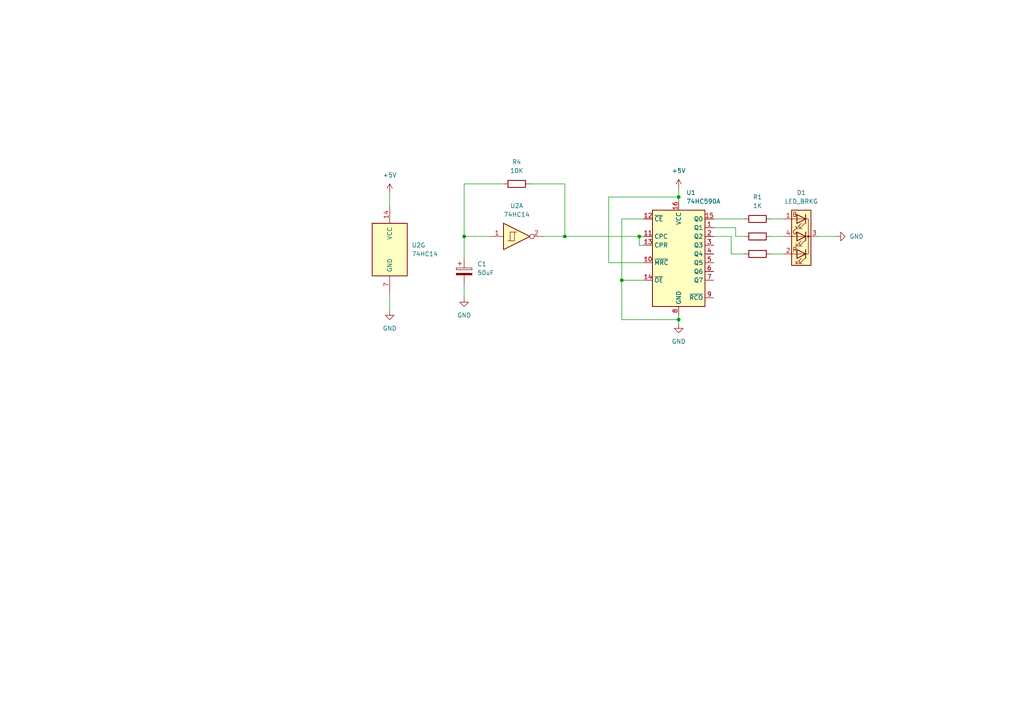
<source format=kicad_sch>
(kicad_sch (version 20231120) (generator "eeschema") (generator_version "8.0")
  (paper "A4")
  (lib_symbols
    (symbol "74xx:74HC14" (pin_names (offset 1.016))
      (property "Reference" "U" (at 0 1.27 0))
      (property "Value" "74HC14" (at 0 -1.27 0))
      (symbol "74HC14_1_0"
        (polyline (pts (xy -3.81 3.81) (xy -3.81 -3.81) (xy 3.81 0) (xy -3.81 3.81)) (stroke (width 0.254)) (fill (type background)))
        (pin input line (at -7.62 0 0) (length 3.81) (name "~") (number "1"))
        (pin output inverted (at 7.62 0 180) (length 3.81) (name "~") (number "2"))
      )
      (symbol "74HC14_1_1"
        (polyline (pts (xy -1.905 -1.27) (xy -1.905 1.27) (xy -0.635 1.27)))
        (polyline (pts (xy -2.54 -1.27) (xy -0.635 -1.27) (xy -0.635 1.27) (xy 0 1.27)))
      )
      (symbol "74HC14_2_0"
        (polyline (pts (xy -3.81 3.81) (xy -3.81 -3.81) (xy 3.81 0) (xy -3.81 3.81)) (stroke (width 0.254)) (fill (type background)))
        (pin input line (at -7.62 0 0) (length 3.81) (name "~") (number "3"))
        (pin output inverted (at 7.62 0 180) (length 3.81) (name "~") (number "4"))
      )
      (symbol "74HC14_2_1"
        (polyline (pts (xy -1.905 -1.27) (xy -1.905 1.27) (xy -0.635 1.27)))
        (polyline (pts (xy -2.54 -1.27) (xy -0.635 -1.27) (xy -0.635 1.27) (xy 0 1.27)))
      )
      (symbol "74HC14_3_0"
        (polyline (pts (xy -3.81 3.81) (xy -3.81 -3.81) (xy 3.81 0) (xy -3.81 3.81)) (stroke (width 0.254)) (fill (type background)))
        (pin input line (at -7.62 0 0) (length 3.81) (name "~") (number "5"))
        (pin output inverted (at 7.62 0 180) (length 3.81) (name "~") (number "6"))
      )
      (symbol "74HC14_3_1"
        (polyline (pts (xy -1.905 -1.27) (xy -1.905 1.27) (xy -0.635 1.27)))
        (polyline (pts (xy -2.54 -1.27) (xy -0.635 -1.27) (xy -0.635 1.27) (xy 0 1.27)))
      )
      (symbol "74HC14_4_0"
        (polyline (pts (xy -3.81 3.81) (xy -3.81 -3.81) (xy 3.81 0) (xy -3.81 3.81)) (stroke (width 0.254)) (fill (type background)))
        (pin output inverted (at 7.62 0 180) (length 3.81) (name "~") (number "8"))
        (pin input line (at -7.62 0 0) (length 3.81) (name "~") (number "9"))
      )
      (symbol "74HC14_4_1"
        (polyline (pts (xy -1.905 -1.27) (xy -1.905 1.27) (xy -0.635 1.27)))
        (polyline (pts (xy -2.54 -1.27) (xy -0.635 -1.27) (xy -0.635 1.27) (xy 0 1.27)))
      )
      (symbol "74HC14_5_0"
        (polyline (pts (xy -3.81 3.81) (xy -3.81 -3.81) (xy 3.81 0) (xy -3.81 3.81)) (stroke (width 0.254)) (fill (type background)))
        (pin output inverted (at 7.62 0 180) (length 3.81) (name "~") (number "10"))
        (pin input line (at -7.62 0 0) (length 3.81) (name "~") (number "11"))
      )
      (symbol "74HC14_5_1"
        (polyline (pts (xy -1.905 -1.27) (xy -1.905 1.27) (xy -0.635 1.27)))
        (polyline (pts (xy -2.54 -1.27) (xy -0.635 -1.27) (xy -0.635 1.27) (xy 0 1.27)))
      )
      (symbol "74HC14_6_0"
        (polyline (pts (xy -3.81 3.81) (xy -3.81 -3.81) (xy 3.81 0) (xy -3.81 3.81)) (stroke (width 0.254)) (fill (type background)))
        (pin output inverted (at 7.62 0 180) (length 3.81) (name "~") (number "12"))
        (pin input line (at -7.62 0 0) (length 3.81) (name "~") (number "13"))
      )
      (symbol "74HC14_6_1"
        (polyline (pts (xy -1.905 -1.27) (xy -1.905 1.27) (xy -0.635 1.27)))
        (polyline (pts (xy -2.54 -1.27) (xy -0.635 -1.27) (xy -0.635 1.27) (xy 0 1.27)))
      )
      (symbol "74HC14_7_0"
        (pin power_in line (at 0 12.7 270) (length 5.08) (name "VCC") (number "14"))
        (pin power_in line (at 0 -12.7 90) (length 5.08) (name "GND") (number "7"))
      )
      (symbol "74HC14_7_1"
        (rectangle (start -5.08 7.62) (end 5.08 -7.62) (stroke (width 0.254)) (fill (type background)))
      )
    )
    (symbol "74xx:74HC590A"
      (property "Reference" "U" (at -7.62 16.51 0))
      (property "Value" "74HC590A" (at -7.62 -13.97 0))
      (symbol "74HC590A_1_0"
        (pin tri_state line (at 10.16 10.16 180) (length 2.54) (name "Q1") (number "1"))
        (pin input line (at -10.16 0 0) (length 2.54) (name "~{MRC}") (number "10"))
        (pin input line (at -10.16 7.62 0) (length 2.54) (name "CPC") (number "11"))
        (pin input line (at -10.16 12.7 0) (length 2.54) (name "~{CE}") (number "12"))
        (pin input line (at -10.16 5.08 0) (length 2.54) (name "CPR") (number "13"))
        (pin input line (at -10.16 -5.08 0) (length 2.54) (name "~{OE}") (number "14"))
        (pin tri_state line (at 10.16 12.7 180) (length 2.54) (name "Q0") (number "15"))
        (pin power_in line (at 0 17.78 270) (length 2.54) (name "VCC") (number "16"))
        (pin tri_state line (at 10.16 7.62 180) (length 2.54) (name "Q2") (number "2"))
        (pin tri_state line (at 10.16 5.08 180) (length 2.54) (name "Q3") (number "3"))
        (pin tri_state line (at 10.16 2.54 180) (length 2.54) (name "Q4") (number "4"))
        (pin tri_state line (at 10.16 0 180) (length 2.54) (name "Q5") (number "5"))
        (pin tri_state line (at 10.16 -2.54 180) (length 2.54) (name "Q6") (number "6"))
        (pin tri_state line (at 10.16 -5.08 180) (length 2.54) (name "Q7") (number "7"))
        (pin power_in line (at 0 -15.24 90) (length 2.54) (name "GND") (number "8"))
        (pin output line (at 10.16 -10.16 180) (length 2.54) (name "~{RCO}") (number "9"))
      )
      (symbol "74HC590A_1_1"
        (rectangle (start -7.62 15.24) (end 7.62 -12.7) (stroke (width 0.254)) (fill (type background)))
      )
    )
    (symbol "Device:C_Polarized" (pin_numbers hide) (pin_names (offset 0.254))
      (property "Reference" "C" (at 0.635 2.54 0))
      (property "Value" "C_Polarized" (at 0.635 -2.54 0))
      (symbol "C_Polarized_0_1"
        (rectangle (start -2.286 0.508) (end 2.286 1.016))
        (polyline (pts (xy -1.778 2.286) (xy -0.762 2.286)))
        (polyline (pts (xy -1.27 2.794) (xy -1.27 1.778)))
        (rectangle (start 2.286 -0.508) (end -2.286 -1.016) (fill (type outline)))
      )
      (symbol "C_Polarized_1_1"
        (pin passive line (at 0 3.81 270) (length 2.794) (name "~") (number "1"))
        (pin passive line (at 0 -3.81 90) (length 2.794) (name "~") (number "2"))
      )
    )
    (symbol "Device:LED_BRKG" (pin_names (offset 0) hide)
      (property "Reference" "D" (at 0 9.398 0))
      (property "Value" "LED_BRKG" (at 0 -8.89 0))
      (symbol "LED_BRKG_0_0"
        (text "B" (at 1.905 -6.35 0) (effects (font (size 1.27 1.27))))
        (text "G" (at 1.905 -1.27 0) (effects (font (size 1.27 1.27))))
        (text "R" (at 1.905 3.81 0) (effects (font (size 1.27 1.27))))
      )
      (symbol "LED_BRKG_0_1"
        (circle (center -2.032 0) (radius 0.254) (fill (type outline)))
        (polyline (pts (xy -1.27 -5.08) (xy 1.27 -5.08)))
        (polyline (pts (xy -1.27 -3.81) (xy -1.27 -6.35)) (stroke (width 0.254)))
        (polyline (pts (xy -1.27 0) (xy -2.54 0)))
        (polyline (pts (xy -1.27 1.27) (xy -1.27 -1.27)) (stroke (width 0.254)))
        (polyline (pts (xy -1.27 5.08) (xy 1.27 5.08)))
        (polyline (pts (xy -1.27 6.35) (xy -1.27 3.81)) (stroke (width 0.254)))
        (polyline (pts (xy 1.27 -5.08) (xy 2.54 -5.08)))
        (polyline (pts (xy 1.27 0) (xy -1.27 0)))
        (polyline (pts (xy 1.27 0) (xy 2.54 0)))
        (polyline (pts (xy 1.27 5.08) (xy 2.54 5.08)))
        (polyline (pts (xy -1.27 1.27) (xy -1.27 -1.27) (xy -1.27 -1.27)))
        (polyline (pts (xy -1.27 6.35) (xy -1.27 3.81) (xy -1.27 3.81)))
        (polyline (pts (xy -1.27 5.08) (xy -2.032 5.08) (xy -2.032 -5.08) (xy -1.016 -5.08)))
        (polyline (pts (xy 1.27 -3.81) (xy 1.27 -6.35) (xy -1.27 -5.08) (xy 1.27 -3.81)) (stroke (width 0.254)))
        (polyline (pts (xy 1.27 1.27) (xy 1.27 -1.27) (xy -1.27 0) (xy 1.27 1.27)) (stroke (width 0.254)))
        (polyline (pts (xy 1.27 6.35) (xy 1.27 3.81) (xy -1.27 5.08) (xy 1.27 6.35)) (stroke (width 0.254)))
        (polyline (pts (xy -1.016 -3.81) (xy 0.508 -2.286) (xy -0.254 -2.286) (xy 0.508 -2.286) (xy 0.508 -3.048)))
        (polyline (pts (xy -1.016 1.27) (xy 0.508 2.794) (xy -0.254 2.794) (xy 0.508 2.794) (xy 0.508 2.032)))
        (polyline (pts (xy -1.016 6.35) (xy 0.508 7.874) (xy -0.254 7.874) (xy 0.508 7.874) (xy 0.508 7.112)))
        (polyline (pts (xy 0 -3.81) (xy 1.524 -2.286) (xy 0.762 -2.286) (xy 1.524 -2.286) (xy 1.524 -3.048)))
        (polyline (pts (xy 0 1.27) (xy 1.524 2.794) (xy 0.762 2.794) (xy 1.524 2.794) (xy 1.524 2.032)))
        (polyline (pts (xy 0 6.35) (xy 1.524 7.874) (xy 0.762 7.874) (xy 1.524 7.874) (xy 1.524 7.112)))
        (rectangle (start 1.27 -1.27) (end 1.27 1.27))
        (rectangle (start 1.27 1.27) (end 1.27 1.27))
        (rectangle (start 1.27 3.81) (end 1.27 6.35))
        (rectangle (start 1.27 6.35) (end 1.27 6.35))
        (rectangle (start 2.794 8.382) (end -2.794 -7.62) (stroke (width 0.254)) (fill (type background)))
      )
      (symbol "LED_BRKG_1_1"
        (pin passive line (at 5.08 -5.08 180) (length 2.54) (name "BA") (number "1"))
        (pin passive line (at 5.08 5.08 180) (length 2.54) (name "RA") (number "2"))
        (pin passive line (at -5.08 0 0) (length 2.54) (name "K") (number "3"))
        (pin passive line (at 5.08 0 180) (length 2.54) (name "GA") (number "4"))
      )
    )
    (symbol "Device:R" (pin_numbers hide) (pin_names (offset 0))
      (property "Reference" "R" (at 2.032 0 90))
      (property "Value" "R" (at 0 0 90))
      (symbol "R_0_1"
        (rectangle (start -1.016 -2.54) (end 1.016 2.54) (stroke (width 0.254)))
      )
      (symbol "R_1_1"
        (pin passive line (at 0 3.81 270) (length 1.27) (name "~") (number "1"))
        (pin passive line (at 0 -3.81 90) (length 1.27) (name "~") (number "2"))
      )
    )
    (symbol "power:+5V" (power) (pin_numbers hide) (pin_names (offset 0) hide)
      (property "Value" "+5V" (at 0 3.556 0))
      (symbol "+5V_0_1"
        (polyline (pts (xy -0.762 1.27) (xy 0 2.54)))
        (polyline (pts (xy 0 0) (xy 0 2.54)))
        (polyline (pts (xy 0 2.54) (xy 0.762 1.27)))
      )
      (symbol "+5V_1_1"
        (pin power_in line (at 0 0 90) (length 0) (name "~") (number "1"))
      )
    )
    (symbol "power:GND" (power) (pin_numbers hide) (pin_names (offset 0) hide)
      (property "Value" "GND" (at 0 -3.81 0))
      (symbol "GND_0_1"
        (polyline (pts (xy 0 0) (xy 0 -1.27) (xy 1.27 -1.27) (xy 0 -2.54) (xy -1.27 -1.27) (xy 0 -1.27)))
      )
      (symbol "GND_1_1"
        (pin power_in line (at 0 0 270) (length 0) (name "~") (number "1"))
      )
    )
  )
  (junction (at 185.42 68.58))
  (junction (at 134.62 68.58))
  (junction (at 180.34 81.28))
  (junction (at 196.85 57.15))
  (junction (at 163.83 68.58))
  (junction (at 196.85 92.71))
  (wire (pts (xy 176.53 57.15) (xy 196.85 57.15)))
  (wire (pts (xy 180.34 81.28) (xy 180.34 92.71)))
  (wire (pts (xy 134.62 53.34) (xy 146.05 53.34)))
  (wire (pts (xy 223.52 68.58) (xy 227.33 68.58)))
  (wire (pts (xy 163.83 53.34) (xy 163.83 68.58)))
  (wire (pts (xy 207.01 63.5) (xy 215.9 63.5)))
  (wire (pts (xy 153.67 53.34) (xy 163.83 53.34)))
  (wire (pts (xy 185.42 71.12) (xy 185.42 68.58)))
  (wire (pts (xy 163.83 68.58) (xy 185.42 68.58)))
  (wire (pts (xy 134.62 74.93) (xy 134.62 68.58)))
  (wire (pts (xy 113.03 55.88) (xy 113.03 59.69)))
  (wire (pts (xy 186.69 71.12) (xy 185.42 71.12)))
  (wire (pts (xy 196.85 54.61) (xy 196.85 57.15)))
  (wire (pts (xy 212.09 73.66) (xy 215.9 73.66)))
  (wire (pts (xy 223.52 63.5) (xy 227.33 63.5)))
  (wire (pts (xy 180.34 92.71) (xy 196.85 92.71)))
  (wire (pts (xy 186.69 76.2) (xy 176.53 76.2)))
  (wire (pts (xy 176.53 76.2) (xy 176.53 57.15)))
  (wire (pts (xy 180.34 81.28) (xy 186.69 81.28)))
  (wire (pts (xy 134.62 68.58) (xy 142.24 68.58)))
  (wire (pts (xy 113.03 85.09) (xy 113.03 90.17)))
  (wire (pts (xy 157.48 68.58) (xy 163.83 68.58)))
  (wire (pts (xy 134.62 68.58) (xy 134.62 53.34)))
  (wire (pts (xy 196.85 92.71) (xy 196.85 93.98)))
  (wire (pts (xy 207.01 68.58) (xy 212.09 68.58)))
  (wire (pts (xy 207.01 66.04) (xy 213.36 66.04)))
  (wire (pts (xy 186.69 63.5) (xy 180.34 63.5)))
  (wire (pts (xy 196.85 57.15) (xy 196.85 58.42)))
  (wire (pts (xy 212.09 68.58) (xy 212.09 73.66)))
  (wire (pts (xy 185.42 68.58) (xy 186.69 68.58)))
  (wire (pts (xy 223.52 73.66) (xy 227.33 73.66)))
  (wire (pts (xy 213.36 66.04) (xy 213.36 68.58)))
  (wire (pts (xy 196.85 91.44) (xy 196.85 92.71)))
  (wire (pts (xy 134.62 82.55) (xy 134.62 86.36)))
  (wire (pts (xy 180.34 63.5) (xy 180.34 81.28)))
  (wire (pts (xy 213.36 68.58) (xy 215.9 68.58)))
  (wire (pts (xy 237.49 68.58) (xy 242.57 68.58)))
  (symbol (lib_id "74xx:74HC590A") (at 196.85 76.2 0) (unit 1)
    (property "Reference" "U1" (at 199.0441 55.88 0) (effects (justify left)))
    (property "Value" "74HC590A" (at 199.0441 58.42 0) (effects (justify left)))
    (property "Datasheet" "http://www.ti.com/lit/ds/symlink/sn74hc590a.pdf" (effects (hide yes)))
    (property "Description" "8-bit Binary Counter with Output Register 3-State Outputs, DIP-16/SOIC-16/SOIC-16W" (effects (hide yes)))
  )
  (symbol (lib_id "power:GND") (at 196.85 93.98 0) (unit 1)
    (property "Reference" "#PWR02" (effects (hide yes)))
    (property "Value" "GND" (at 196.85 99.06 0))
    (property "Description" "Power symbol creates a global label with name \"GND\" , ground" (effects (hide yes)))
  )
  (symbol (lib_id "Device:R") (at 149.86 53.34 90) (unit 1)
    (property "Reference" "R4" (at 149.86 46.99 90))
    (property "Value" "10K" (at 149.86 49.53 90))
    (property "Description" "Resistor" (effects (hide yes)))
  )
  (symbol (lib_id "power:+5V") (at 113.03 55.88 0) (unit 1)
    (property "Reference" "#PWR06" (effects (hide yes)))
    (property "Value" "+5V" (at 113.03 50.8 0))
    (property "Description" "Power symbol creates a global label with name \"+5V\"" (effects (hide yes)))
  )
  (symbol (lib_id "power:GND") (at 242.57 68.58 90) (unit 1)
    (property "Reference" "#PWR01" (effects (hide yes)))
    (property "Value" "GND" (at 246.38 68.5799 90) (effects (justify right)))
    (property "Description" "Power symbol creates a global label with name \"GND\" , ground" (effects (hide yes)))
  )
  (symbol (lib_id "power:+5V") (at 196.85 54.61 0) (unit 1)
    (property "Reference" "#PWR03" (effects (hide yes)))
    (property "Value" "+5V" (at 196.85 49.53 0))
    (property "Description" "Power symbol creates a global label with name \"+5V\"" (effects (hide yes)))
  )
  (symbol (lib_id "74xx:74HC14") (at 113.03 72.39 0) (unit 7)
    (property "Reference" "U2" (at 119.38 71.1199 0) (effects (justify left)))
    (property "Value" "74HC14" (at 119.38 73.6599 0) (effects (justify left)))
    (property "Datasheet" "http://www.ti.com/lit/gpn/sn74HC14" (effects (hide yes)))
    (property "Description" "Hex inverter schmitt trigger" (effects (hide yes)))
  )
  (symbol (lib_id "Device:LED_BRKG") (at 232.41 68.58 180) (unit 1)
    (property "Reference" "D1" (at 232.41 55.88 0))
    (property "Value" "LED_BRKG" (at 232.41 58.42 0))
    (property "Description" "RGB LED, blue/red/cathode/green" (effects (hide yes)))
  )
  (symbol (lib_id "power:GND") (at 113.03 90.17 0) (unit 1)
    (property "Reference" "#PWR05" (effects (hide yes)))
    (property "Value" "GND" (at 113.03 95.25 0))
    (property "Description" "Power symbol creates a global label with name \"GND\" , ground" (effects (hide yes)))
  )
  (symbol (lib_id "74xx:74HC14") (at 149.86 68.58 0) (unit 1)
    (property "Reference" "U2" (at 149.86 59.69 0))
    (property "Value" "74HC14" (at 149.86 62.23 0))
    (property "Datasheet" "http://www.ti.com/lit/gpn/sn74HC14" (effects (hide yes)))
    (property "Description" "Hex inverter schmitt trigger" (effects (hide yes)))
  )
  (symbol (lib_id "Device:C_Polarized") (at 134.62 78.74 0) (unit 1)
    (property "Reference" "C1" (at 138.43 76.5809 0) (effects (justify left)))
    (property "Value" "50uF" (at 138.43 79.1209 0) (effects (justify left)))
    (property "Description" "Polarized capacitor" (effects (hide yes)))
  )
  (symbol (lib_id "Device:R") (at 219.71 73.66 90) (unit 1)
    (property "Reference" "R3" (effects (hide yes)))
    (property "Value" "1K" (effects (hide yes)))
    (property "Description" "Resistor" (effects (hide yes)))
  )
  (symbol (lib_id "power:GND") (at 134.62 86.36 0) (unit 1)
    (property "Reference" "#PWR04" (effects (hide yes)))
    (property "Value" "GND" (at 134.62 91.44 0))
    (property "Description" "Power symbol creates a global label with name \"GND\" , ground" (effects (hide yes)))
  )
  (symbol (lib_id "Device:R") (at 219.71 68.58 90) (unit 1)
    (property "Reference" "R2" (effects (hide yes)))
    (property "Value" "1K" (effects (hide yes)))
    (property "Description" "Resistor" (effects (hide yes)))
  )
  (symbol (lib_id "Device:R") (at 219.71 63.5 90) (unit 1)
    (property "Reference" "R1" (at 219.71 57.15 90))
    (property "Value" "1K" (at 219.71 59.69 90))
    (property "Description" "Resistor" (effects (hide yes)))
  )
)
</source>
